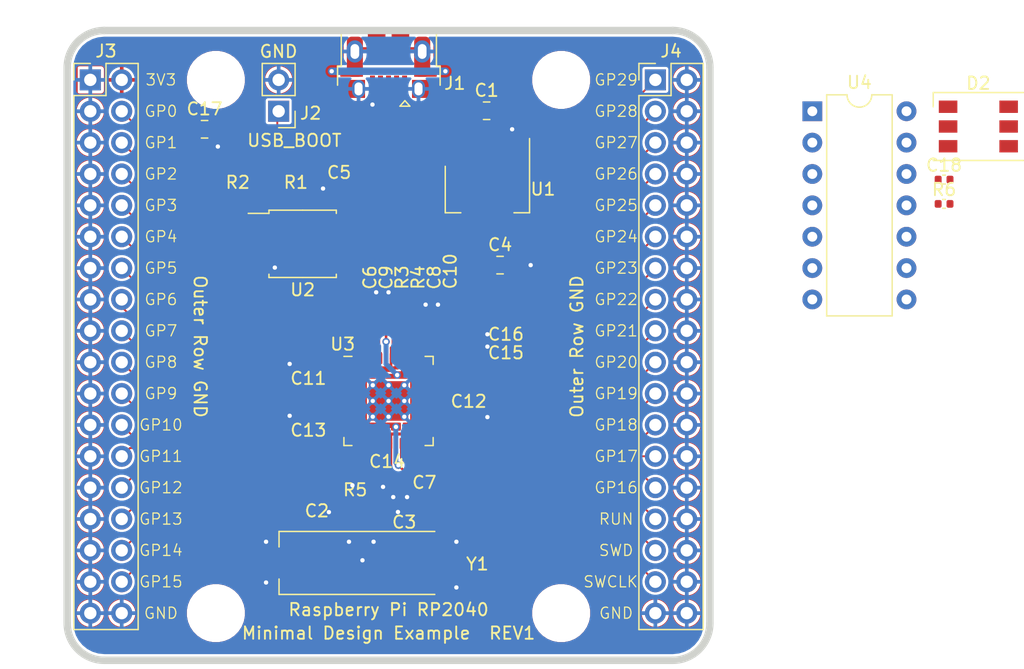
<source format=kicad_pcb>
(kicad_pcb (version 20221018) (generator pcbnew)
  (title_block (title "RP2040 Minimal Design Example") (date "2020-07-13") (rev "REV1") (company "Raspberry Pi (Trading) Ltd"))
  (layers (0 "F.Cu" signal) (31 "B.Cu" signal) (34 "B.Paste" user) (35 "F.Paste" user) (36 "B.SilkS" user "B.Silkscreen") (37 "F.SilkS" user "F.Silkscreen") (38 "B.Mask" user) (39 "F.Mask" user) (44 "Edge.Cuts" user))
  (net 0 "")
  (net 1 "GND")
  (net 2 "VBUS")
  (net 3 "/XIN")
  (net 4 "/XOUT")
  (net 5 "+3V3")
  (net 6 "+1V1")
  (net 8 "/~{USB_BOOT}")
  (net 9 "/GPIO15")
  (net 10 "/GPIO14")
  (net 11 "/GPIO13")
  (net 12 "/GPIO12")
  (net 13 "/GPIO11")
  (net 14 "/GPIO10")
  (net 15 "/GPIO9")
  (net 16 "/GPIO8")
  (net 17 "/GPIO7")
  (net 18 "/GPIO6")
  (net 19 "/GPIO5")
  (net 20 "/GPIO4")
  (net 21 "/GPIO3")
  (net 22 "/GPIO2")
  (net 23 "/GPIO1")
  (net 24 "/GPIO0")
  (net 25 "/GPIO29_ADC3")
  (net 26 "/GPIO28_ADC2")
  (net 27 "/GPIO27_ADC1")
  (net 28 "/GPIO26_ADC0")
  (net 29 "/GPIO25")
  (net 30 "/GPIO24")
  (net 31 "/GPIO23")
  (net 32 "/GPIO22")
  (net 33 "/GPIO21")
  (net 34 "/GPIO20")
  (net 35 "/GPIO19")
  (net 36 "/GPIO18")
  (net 37 "/GPIO17")
  (net 38 "/GPIO16")
  (net 39 "/RUN")
  (net 40 "/SWD")
  (net 41 "/SWCLK")
  (net 42 "/QSPI_SS")
  (net 43 "Net-(D2-DIN)")
  (net 45 "/QSPI_SD3")
  (net 46 "/QSPI_SCLK")
  (net 47 "/QSPI_SD0")
  (net 48 "/QSPI_SD2")
  (net 49 "/QSPI_SD1")
  (net 50 "/USB_D+")
  (net 51 "/USB_D-")
  (net 52 "Net-(C3-Pad1)")
  (net 54 "Net-(U3-USB_DP)")
  (net 55 "Net-(U3-USB_DM)")
  (footprint "Capacitor_SMD:C_0805_2012Metric" (layer "F.Cu") (at 109.025 89)
    (fp_text reference "C4")
    (fp_text value "10u")
  )
  (footprint "RP2040_minimal:USB_Micro-B_Amphenol_10103594-0001LF_Horizontal_modified" (layer "F.Cu") (at 100 71.7 180)
    (fp_text reference "J1")
    (fp_text value "USB_B_Micro")
  )
  (footprint "Connector_PinHeader_2.54mm:PinHeader_1x02_P2.54mm_Vertical" (layer "F.Cu") (at 91.11 76.54 180)
    (fp_text reference "J2")
    (fp_text value "Conn_01x02")
  )
  (footprint "Connector_PinHeader_2.54mm:PinHeader_2x18_P2.54mm_Vertical" (layer "F.Cu") (at 75.87 74)
    (fp_text reference "J3")
    (fp_text value "Conn_02x18_Odd_Even")
  )
  (footprint "Capacitor_SMD:C_0402_1005Metric" (layer "F.Cu") (at 104 93.515 90)
    (fp_text reference "C10")
    (fp_text value "1u")
  )
  (footprint "Capacitor_SMD:C_0402_1005Metric" (layer "F.Cu") (at 103 93.515 90)
    (fp_text reference "C8")
    (fp_text value "1u")
  )
  (footprint "Capacitor_SMD:C_0402_1005Metric" (layer "F.Cu") (at 93.515 101.2 180)
    (fp_text reference "C13")
    (fp_text value "100n")
  )
  (footprint "Capacitor_SMD:C_0402_1005Metric" (layer "F.Cu") (at 96.185 82.83 180)
    (fp_text reference "C5")
    (fp_text value "100n")
  )
  (footprint "Capacitor_SMD:C_0402_1005Metric" (layer "F.Cu") (at 89.5 82.315 -90)
    (fp_text reference "R2")
    (fp_text value "DNF")
  )
  (footprint "Connector_PinHeader_2.54mm:PinHeader_2x18_P2.54mm_Vertical" (layer "F.Cu") (at 121.59 74)
    (fp_text reference "J4")
    (fp_text value "Conn_02x18_Odd_Even")
  )
  (footprint "Package_TO_SOT_SMD:SOT-223-3_TabPin2" (layer "F.Cu") (at 108 82.85 -90)
    (fp_text reference "U1")
    (fp_text value "NCP1117-3.3_SOT223")
  )
  (footprint "Package_SO:SOIC-8_5.23x5.23mm_P1.27mm" (layer "F.Cu") (at 93.05 87.275)
    (fp_text reference "U2")
    (fp_text value "W25Q128JVS")
  )
  (footprint "Capacitor_SMD:C_0402_1005Metric" (layer "F.Cu") (at 99.485 109)
    (fp_text reference "C3")
    (fp_text value "27p")
  )
  (footprint "Capacitor_SMD:C_0402_1005Metric" (layer "F.Cu") (at 91 82.315 90)
    (fp_text reference "R1")
    (fp_text value "1k")
  )
  (footprint "Capacitor_SMD:C_0402_1005Metric" (layer "F.Cu") (at 100 92.515 90)
    (fp_text reference "C9")
    (fp_text value "100n")
  )
  (footprint "Capacitor_SMD:C_0402_1005Metric" (layer "F.Cu") (at 106.485 101.2)
    (fp_text reference "C12")
    (fp_text value "100n")
  )
  (footprint "Capacitor_SMD:C_0402_1005Metric" (layer "F.Cu") (at 100.381 106.485 -90)
    (fp_text reference "C14")
    (fp_text value "100n")
  )
  (footprint "Capacitor_SMD:C_0402_1005Metric" (layer "F.Cu") (at 101 93.515 -90)
    (fp_text reference "R3")
    (fp_text value "27")
  )
  (footprint "Capacitor_SMD:C_0402_1005Metric" (layer "F.Cu") (at 101.5 106.485 -90)
    (fp_text reference "C7")
    (fp_text value "100n")
  )
  (footprint "Capacitor_SMD:C_0805_2012Metric" (layer "F.Cu") (at 107.9375 76.5)
    (fp_text reference "C1")
    (fp_text value "10u")
  )
  (footprint "Capacitor_SMD:C_0402_1005Metric" (layer "F.Cu") (at 93.515 97 180)
    (fp_text reference "C11")
    (fp_text value "100n")
  )
  (footprint "Capacitor_SMD:C_0402_1005Metric" (layer "F.Cu") (at 106.485 94.6)
    (fp_text reference "C16")
    (fp_text value "100n")
  )
  (footprint "RP2040_minimal:RP2040-QFN-56" (layer "F.Cu") (at 100 100)
    (fp_text reference "U3")
    (fp_text value "RP2040")
  )
  (footprint "Capacitor_SMD:C_0402_1005Metric" (layer "F.Cu") (at 96.515 109 180)
    (fp_text reference "C2")
    (fp_text value "27p")
  )
  (footprint "MountingHole:MountingHole_2.7mm_M2.5" (layer "F.Cu") (at 113.97 74)
    (fp_text reference "H2" hide)
    (fp_text value "MountingHole")
  )
  (footprint "Capacitor_SMD:C_0402_1005Metric" (layer "F.Cu") (at 102 93.515 -90)
    (fp_text reference "R4")
    (fp_text value "27")
  )
  (footprint "MountingHole:MountingHole_2.7mm_M2.5" (layer "F.Cu") (at 113.97 117.18)
    (fp_text reference "H3" hide)
    (fp_text value "MountingHole")
  )
  (footprint "Capacitor_SMD:C_0402_1005Metric" (layer "F.Cu") (at 99 92.515 90)
    (fp_text reference "C6")
    (fp_text value "100n")
  )
  (footprint "Capacitor_SMD:C_0402_1005Metric" (layer "F.Cu") (at 106.485 96)
    (fp_text reference "C15")
    (fp_text value "100n")
  )
  (footprint "Capacitor_SMD:C_0402_1005Metric" (layer "F.Cu") (at 98.7 107.115 -90)
    (fp_text reference "R5")
    (fp_text value "1k")
  )
  (footprint "MountingHole:MountingHole_2.7mm_M2.5" (layer "F.Cu") (at 86.03 74)
    (fp_text reference "H1" hide)
    (fp_text value "MountingHole")
  )
  (footprint "MountingHole:MountingHole_2.7mm_M2.5" (layer "F.Cu") (at 86.03 117.18)
    (fp_text reference "H4" hide)
    (fp_text value "MountingHole")
  )
  (footprint "RP2040_minimal:Crystal_SMD_HC49-US" (layer "F.Cu") (at 97.841 113.116)
    (fp_text reference "Y1")
    (fp_text value "ABLS-12.000MHZ-B4-T")
  )
  (footprint "Capacitor_SMD:C_0805_2012Metric" (layer "F.Cu") (at 85.115 78)
    (fp_text reference "C17")
    (fp_text value "10u")
  )
  (footprint "LED_SMD:LED_WS2812_PLCC6_5.0x5.0mm_P1.6mm" (layer "F.Cu") (at 147.725 77.775)
    (fp_text reference "D2")
    (fp_text value "WS2812")
  )
  (footprint "Capacitor_SMD:C_0402_1005Metric" (layer "F.Cu") (at 144.95 82.07)
    (fp_text reference "C18")
    (fp_text value "104C")
  )
  (footprint "Capacitor_SMD:C_0402_1005Metric" (layer "F.Cu") (at 144.95 84.04)
    (fp_text reference "R6")
    (fp_text value "150R")
  )
  (footprint "Package_DIP:DIP-14_W7.62mm" (layer "F.Cu") (at 134.29 76.54)
    (fp_text reference "U4")
    (fp_text value "SN74AHCT125D")
  )
  (gr_line (start 123 121) (end 77 121) (stroke (width 0.6)) (layer "Edge.Cuts"))
  (gr_line (start 126 73) (end 126 118) (stroke (width 0.6)) (layer "Edge.Cuts"))
  (gr_line (start 77 70) (end 123 70) (stroke (width 0.6)) (layer "Edge.Cuts"))
  (gr_line (start 74 118) (end 74 73) (stroke (width 0.6)) (layer "Edge.Cuts"))
  (gr_arc (start 77 121) (mid 74.87868 120.12132) (end 74 118) (stroke (width 0.6)) (layer "Edge.Cuts"))
  (gr_arc (start 126 118) (mid 125.12132 120.12132) (end 123 121) (stroke (width 0.6)) (layer "Edge.Cuts"))
  (gr_arc (start 123 70) (mid 125.12132 70.87868) (end 126 73) (stroke (width 0.6)) (layer "Edge.Cuts"))
  (gr_arc (start 74 73) (mid 74.87868 70.87868) (end 77 70) (stroke (width 0.6)) (layer "Edge.Cuts"))
  (gr_text "GP1" (at 81.585 79.08) (layer "F.SilkS") (effects (font (size 0.9 0.9) (thickness 0.1))))
  (gr_text "GP2" (at 81.585 81.62) (layer "F.SilkS") (effects (font (size 0.9 0.9) (thickness 0.1))))
  (gr_text "GP3" (at 81.585 84.16) (layer "F.SilkS") (effects (font (size 0.9 0.9) (thickness 0.1))))
  (gr_text "GP4" (at 81.585 86.7) (layer "F.SilkS") (effects (font (size 0.9 0.9) (thickness 0.1))))
  (gr_text "GP5" (at 81.585 89.24) (layer "F.SilkS") (effects (font (size 0.9 0.9) (thickness 0.1))))
  (gr_text "GP6" (at 81.585 91.78) (layer "F.SilkS") (effects (font (size 0.9 0.9) (thickness 0.1))))
  (gr_text "GP7" (at 81.585 94.32) (layer "F.SilkS") (effects (font (size 0.9 0.9) (thickness 0.1))))
  (gr_text "GP8" (at 81.585 96.86) (layer "F.SilkS") (effects (font (size 0.9 0.9) (thickness 0.1))))
  (gr_text "GP9" (at 81.585 99.4) (layer "F.SilkS") (effects (font (size 0.9 0.9) (thickness 0.1))))
  (gr_text "GP11" (at 81.585 104.48) (layer "F.SilkS") (effects (font (size 0.9 0.9) (thickness 0.1))))
  (gr_text "GP10" (at 81.585 101.94) (layer "F.SilkS") (effects (font (size 0.9 0.9) (thickness 0.1))))
  (gr_text "GP12" (at 81.585 107.02) (layer "F.SilkS") (effects (font (size 0.9 0.9) (thickness 0.1))))
  (gr_text "GP13" (at 81.585 109.56) (layer "F.SilkS") (effects (font (size 0.9 0.9) (thickness 0.1))))
  (gr_text "GP15" (at 81.585 114.64) (layer "F.SilkS") (effects (font (size 0.9 0.9) (thickness 0.1))))
  (gr_text "GP14" (at 81.585 112.1) (layer "F.SilkS") (effects (font (size 0.9 0.9) (thickness 0.1))))
  (gr_text "GP28" (at 118.415 76.54) (layer "F.SilkS") (effects (font (size 0.9 0.9) (thickness 0.1))))
  (gr_text "GP27" (at 118.415 79.08) (layer "F.SilkS") (effects (font (size 0.9 0.9) (thickness 0.1))))
  (gr_text "GP26" (at 118.415 81.62) (layer "F.SilkS") (effects (font (size 0.9 0.9) (thickness 0.1))))
  (gr_text "GP25" (at 118.415 84.16) (layer "F.SilkS") (effects (font (size 0.9 0.9) (thickness 0.1))))
  (gr_text "GP24" (at 118.415 86.7) (layer "F.SilkS") (effects (font (size 0.9 0.9) (thickness 0.1))))
  (gr_text "GP23" (at 118.415 89.24) (layer "F.SilkS") (effects (font (size 0.9 0.9) (thickness 0.1))))
  (gr_text "GP21" (at 118.415 94.32) (layer "F.SilkS") (effects (font (size 0.9 0.9) (thickness 0.1))))
  (gr_text "GP20" (at 118.415 96.86) (layer "F.SilkS") (effects (font (size 0.9 0.9) (thickness 0.1))))
  (gr_text "GP19" (at 118.415 99.4) (layer "F.SilkS") (effects (font (size 0.9 0.9) (thickness 0.1))))
  (gr_text "GP17" (at 118.415 104.48) (layer "F.SilkS") (effects (font (size 0.9 0.9) (thickness 0.1))))
  (gr_text "GP22" (at 118.415 91.78) (layer "F.SilkS") (effects (font (size 0.9 0.9) (thickness 0.1))))
  (gr_text "GP18" (at 118.415 101.94) (layer "F.SilkS") (effects (font (size 0.9 0.9) (thickness 0.1))))
  (gr_text "SWCLK" (at 117.9705 114.64) (layer "F.SilkS") (effects (font (size 0.9 0.9) (thickness 0.1))))
  (gr_text "SWD" (at 118.415 112.1) (layer "F.SilkS") (effects (font (size 0.9 0.9) (thickness 0.1))))
  (gr_text "GP16" (at 118.415 107.02) (layer "F.SilkS") (effects (font (size 0.9 0.9) (thickness 0.1))))
  (gr_text "RUN" (at 118.415 109.56) (layer "F.SilkS") (effects (font (size 0.9 0.9) (thickness 0.1))))
  (gr_text "GND" (at 81.585 117.18) (layer "F.SilkS") (effects (font (size 0.9 0.9) (thickness 0.1))))
  (gr_text "GND" (at 118.415 117.18) (layer "F.SilkS") (effects (font (size 0.9 0.9) (thickness 0.1))))
  (gr_text "GP29" (at 118.415 74) (layer "F.SilkS") (effects (font (size 0.9 0.9) (thickness 0.1))))
  (gr_text "Outer Row GND" (at 84.76 95.59 270) (layer "F.SilkS") (effects (font (size 1 1))))
  (gr_text "Outer Row GND" (at 115.24 95.59 90) (layer "F.SilkS") (effects (font (size 1 1))))
  (gr_text "Raspberry Pi RP2040" (at 100 116.9) (layer "F.SilkS") (effects (font (size 1 1))))
  (gr_text "\nUSB_BOOT" (at 92.38 78.1) (layer "F.SilkS") (effects (font (size 1 1))))
  (gr_text "GND" (at 91.1 71.7) (layer "F.SilkS") (effects (font (size 1 1))))
  (gr_text "GP0" (at 81.585 76.54) (layer "F.SilkS") (effects (font (size 0.9 0.9) (thickness 0.1))))
  (gr_text "3V3" (at 81.585 74) (layer "F.SilkS") (effects (font (size 0.9 0.9) (thickness 0.1))))
  (gr_text "Minimal Design Example  REV1" (at 100 118.8) (layer "F.SilkS") (effects (font (size 1 1))))
  (segment (start 93.03 101.2) (end 92 101.2) (width 0.2) (layer "F.Cu") (net 1))
  (segment (start 90.78 89.18) (end 90.8 89.2) (width 0.2) (layer "F.Cu") (net 1))
  (segment (start 89.45 89.18) (end 90.78 89.18) (width 0.2) (layer "F.Cu") (net 1))
  (segment (start 99 113.35) (end 99 114.4) (width 0.2) (layer "F.Cu") (net 1))
  (segment (start 97.079 106.5755) (end 97.079 106.8295) (width 0.15) (layer "F.Cu") (net 1))
  (segment (start 99.97 108.68) (end 99.5555 108.2655) (width 0.15) (layer "F.Cu") (net 1))
  (segment (start 99.97 109) (end 99.97 108.68) (width 0.15) (layer "F.Cu") (net 1))
  (segment (start 110.3 79.7) (end 110.3 78.3) (width 0.2) (layer "F.Cu") (net 1))
  (segment (start 100.381 107.781984) (end 100.380994 107.78199) (width 0.2) (layer "F.Cu") (net 1))
  (segment (start 100.7505 109) (end 100.762 108.9885) (width 0.15) (layer "F.Cu") (net 1))
  (segment (start 99.04 71.45) (end 97.54 71.45) (width 0.2) (layer "F.Cu") (net 1))
  (segment (start 99.97 109) (end 100.7505 109) (width 0.15) (layer "F.Cu") (net 1))
  (segment (start 100.96 71.45) (end 102.46 71.45) (width 0.2) (layer "F.Cu") (net 1))
  (segment (start 106.97 96) (end 107.6 96) (width 0.15) (layer "F.Cu") (net 1))
  (segment (start 99.5555 108.2655) (end 99.5555 108.0995) (width 0.15) (layer "F.Cu") (net 1))
  (segment (start 86.14 78) (end 86.14 79.25) (width 0.15) (layer "F.Cu") (net 1))
  (segment (start 106.97 94.6) (end 108 94.6) (width 0.2) (layer "F.Cu") (net 1))
  (segment (start 100.381 106.97) (end 100.381 107.781984) (width 0.2) (layer "F.Cu") (net 1))
  (segment (start 93.03 97) (end 92 97) (width 0.2) (layer "F.Cu") (net 1))
  (segment (start 99 104.6545) (end 97.079 106.5755) (width 0.15) (layer "F.Cu") (net 1))
  (segment (start 103 93.03) (end 103 92.2) (width 0.2) (layer "F.Cu") (net 1))
  (segment (start 104 93.03) (end 104 92.2) (width 0.2) (layer "F.Cu") (net 1))
  (segment (start 108.875 76.5) (end 108.875 76.875) (width 0.2) (layer "F.Cu") (net 1))
  (segment (start 95.7 82.83) (end 95.405 82.83) (width 0.2) (layer "F.Cu") (net 1))
  (segment (start 101.5 106.97) (end 101.5 107.782004) (width 0.2) (layer "F.Cu") (net 1))
  (segment (start 99 103.4375) (end 99 104.6545) (width 0.15) (layer "F.Cu") (net 1))
  (segment (start 98.7 74.6) (end 98.7 76) (width 0.2) (layer "F.Cu") (net 1))
  (segment (start 96.03 109) (end 95.174 109) (width 0.2) (layer "F.Cu") (net 1))
  (segment (start 86.19 79) (end 86.19 79.1) (width 0.15) (layer "F.Cu") (net 1))
  (segment (start 100 92.03) (end 100 91.2) (width 0.2) (layer "F.Cu") (net 1))
  (segment (start 86.14 78.95) (end 86.19 79) (width 0.15) (layer "F.Cu") (net 1))
  (segment (start 102.46 71.45) (end 102.73 71.72) (width 0.2) (layer "F.Cu") (net 1))
  (segment (start 107.6 96) (end 108 95.6) (width 0.15) (layer "F.Cu") (net 1))
  (segment (start 110.05 89) (end 111.5 89) (width 0.2) (layer "F.Cu") (net 1))
  (segment (start 99 92.03) (end 99 91.200008) (width 0.2) (layer "F.Cu") (net 1))
  (segment (start 107.075 101.305) (end 108 101.305) (width 0.2) (layer "F.Cu") (net 1))
  (segment (start 95.405 82.83) (end 95.375 82.8) (width 0.2) (layer "F.Cu") (net 1))
  (segment (start 97.54 71.45) (end 97.27 71.72) (width 0.2) (layer "F.Cu") (net 1))
  (segment (start 110.3 78.3) (end 110 78) (width 0.2) (layer "F.Cu") (net 1))
  (segment (start 95.375 82.8) (end 94.7 82.8) (width 0.2) (layer "F.Cu") (net 1))
  (segment (start 96.8 111.65) (end 96.8 110.599974) (width 0.2) (layer "F.Cu") (net 1))
  (segment (start 108.875 76.875) (end 110 78) (width 0.2) (layer "F.Cu") (net 1))
  (segment (start 106.97 101.2) (end 107.075 101.305) (width 0.2) (layer "F.Cu") (net 1))
  (via (at 99.5555 106.9565) (size 0.6) (drill 0.35) (layers "F.Cu" "B.Cu") (net 1))
  (via (at 97.89 112.9) (size 0.6) (drill 0.35) (layers "F.Cu" "B.Cu") (net 1))
  (via (at 98.79 111.4) (size 0.6) (drill 0.35) (layers "F.Cu" "B.Cu") (net 1))
  (via (at 90.09 114.7) (size 0.6) (drill 0.35) (layers "F.Cu" "B.Cu") (net 1))
  (via (at 90.09 111.4) (size 0.6) (drill 0.35) (layers "F.Cu" "B.Cu") (net 1))
  (via (at 105.49 111.4) (size 0.6) (drill 0.35) (layers "F.Cu" "B.Cu") (net 1))
  (via (at 94.7 82.8) (size 0.6) (drill 0.35) (layers "F.Cu" "B.Cu") (net 1))
  (via (at 101.5 107.782004) (size 0.6) (drill 0.35) (layers "F.Cu" "B.Cu") (net 1))
  (via (at 96.8 111.4) (size 0.6) (drill 0.35) (layers "F.Cu" "B.Cu") (net 1))
  (via (at 108 94.6) (size 0.6) (drill 0.35) (layers "F.Cu" "B.Cu") (net 1))
  (via (at 86.19 79.4) (size 0.6) (drill 0.35) (layers "F.Cu" "B.Cu") (net 1))
  (via (at 97.079 106.8295) (size 0.6) (drill 0.35) (layers "F.Cu" "B.Cu") (net 1))
  (via (at 100.762 108.9885) (size 0.6) (drill 0.35) (layers "F.Cu" "B.Cu") (net 1))
  (via (at 105.49 115.1) (size 0.6) (drill 0.35) (layers "F.Cu" "B.Cu") (net 1))
  (via (at 108 101.305) (size 0.6) (drill 0.35) (layers "F.Cu" "B.Cu") (net 1))
  (via (at 104 92.2) (size 0.6) (drill 0.35) (layers "F.Cu" "B.Cu") (net 1))
  (via (at 110 78) (size 0.6) (drill 0.35) (layers "F.Cu" "B.Cu") (net 1))
  (via (at 92 97) (size 0.6) (drill 0.35) (layers "F.Cu" "B.Cu") (net 1))
  (via (at 98.7 76) (size 0.6) (drill 0.35) (layers "F.Cu" "B.Cu") (net 1))
  (via (at 103 92.2) (size 0.6) (drill 0.35) (layers "F.Cu" "B.Cu") (net 1))
  (via (at 100.380994 107.78199) (size 0.6) (drill 0.35) (layers "F.Cu" "B.Cu") (net 1))
  (via (at 95.174 109) (size 0.6) (drill 0.35) (layers "F.Cu" "B.Cu") (net 1))
  (via (at 90.8 89.2) (size 0.6) (drill 0.35) (layers "F.Cu" "B.Cu") (net 1))
  (via (at 99 91.200008) (size 0.6) (drill 0.35) (layers "F.Cu" "B.Cu") (net 1))
  (via (at 111.5 89) (size 0.6) (drill 0.35) (layers "F.Cu" "B.Cu") (net 1))
  (via (at 108 95.6) (size 0.6) (drill 0.35) (layers "F.Cu" "B.Cu") (net 1))
  (via (at 92 101.2) (size 0.6) (drill 0.35) (layers "F.Cu" "B.Cu") (net 1))
  (via (at 100 91.2) (size 0.6) (drill 0.35) (layers "F.Cu" "B.Cu") (net 1))
  (segment (start 103.299999 92.499999) (end 103 92.2) (width 0.2) (layer "B.Cu") (net 1))
  (segment (start 103.8 93) (end 103.299999 92.499999) (width 0.2) (layer "B.Cu") (net 1))
  (segment (start 104 93) (end 103.8 93) (width 0.2) (layer "B.Cu") (net 1))
  (segment (start 101.3 75.5) (end 102.1 76.3) (width 0.4) (layer "F.Cu") (net 2))
  (segment (start 101.3 74.525) (end 101.3 75.5) (width 0.4) (layer "F.Cu") (net 2))
  (segment (start 97.8 106.537861) (end 97.8 108.2) (width 0.15) (layer "F.Cu") (net 3))
  (segment (start 97.6505 111.7825) (end 96.317 113.116) (width 0.15) (layer "F.Cu") (net 3))
  (segment (start 99.4 103.4375) (end 99.4 104.937861) (width 0.15) (layer "F.Cu") (net 3))
  (segment (start 96.317 113.116) (end 93.341 113.116) (width 0.15) (layer "F.Cu") (net 3))
  (segment (start 97 109) (end 97.6505 109.6505) (width 0.15) (layer "F.Cu") (net 3))
  (segment (start 97.8 108.2) (end 97 109) (width 0.15) (layer "F.Cu") (net 3))
  (segment (start 99.4 104.937861) (end 97.8 106.537861) (width 0.15) (layer "F.Cu") (net 3))
  (segment (start 97.6505 109.6505) (end 97.6505 111.7825) (width 0.15) (layer "F.Cu") (net 3))
  (segment (start 99.8 103.4375) (end 99.8 105.1) (width 0.15) (layer "F.Cu") (net 4))
  (segment (start 99.8 105.1) (end 98.7 106.2) (width 0.15) (layer "F.Cu") (net 4))
  (segment (start 98.7 106.2) (end 98.7 106.63) (width 0.15) (layer "F.Cu") (net 4))
  (segment (start 100.350001 94.112535) (end 100.350001 95.549999) (width 0.2) (layer "F.Cu") (net 5))
  (segment (start 105.8 101) (end 106 101.2) (width 0.2) (layer "F.Cu") (net 5))
  (segment (start 100.350001 95.549999) (end 100.2 95.7) (width 0.2) (layer "F.Cu") (net 5))
  (segment (start 102.2 96.5625) (end 102.2 97.2) (width 0.2) (layer "F.Cu") (net 5))
  (segment (start 100.9525 106.2515) (end 100.9525 108.163) (width 0.15) (layer "F.Cu") (net 5))
  (segment (start 96.65 85.37) (end 96.65 82.85) (width 0.2) (layer "F.Cu") (net 5))
  (segment (start 102.6 96.5625) (end 102.6 97.4) (width 0.2) (layer "F.Cu") (net 5))
  (segment (start 100 93.762534) (end 100.350001 94.112535) (width 0.2) (layer "F.Cu") (net 5))
  (segment (start 96.5625 101) (end 97.4 101) (width 0.2) (layer "F.Cu") (net 5))
  (segment (start 100.6 95.799998) (end 100.350001 95.549999) (width 0.2) (layer "F.Cu") (net 5))
  (segment (start 100.2 97.4) (end 100.2 97) (width 0.2) (layer "F.Cu") (net 5))
  (segment (start 100.2 95.7) (end 100.2 96.5625) (width 0.2) (layer "F.Cu") (net 5))
  (segment (start 100.6 96.5625) (end 100.6 97.2) (width 0.2) (layer "F.Cu") (net 5))
  (segment (start 96.5625 97.4) (end 97.4 97.4) (width 0.2) (layer "F.Cu") (net 5))
  (segment (start 100.9525 108.163) (end 101.096505 108.307005) (width 0.15) (layer "F.Cu") (net 5))
  (segment (start 103.4375 101) (end 102.6 101) (width 0.2) (layer "F.Cu") (net 5))
  (segment (start 101.096505 108.307005) (end 102.141995 108.307005) (width 0.15) (layer "F.Cu") (net 5))
  (segment (start 96.5625 97.4) (end 95.7 97.4) (width 0.2) (layer "F.Cu") (net 5))
  (segment (start 94.2 101) (end 94 101.2) (width 0.2) (layer "F.Cu") (net 5))
  (segment (start 100.381 105.6865) (end 100.381 106) (width 0.2) (layer "F.Cu") (net 5))
  (segment (start 100.2 103.4375) (end 100.2 105.5055) (width 0.2) (layer "F.Cu") (net 5))
  (segment (start 100.2 96.5625) (end 100.2 97.4) (width 0.2) (layer "F.Cu") (net 5))
  (segment (start 103.4375 97.4) (end 102.6 97.4) (width 0.2) (layer "F.Cu") (net 5))
  (segment (start 74.7 72.9) (end 74.7 75.2) (width 0.3) (layer "F.Cu") (net 5))
  (segment (start 96.65 82.85) (end 96.67 82.83) (width 0.2) (layer "F.Cu") (net 5))
  (segment (start 100 93) (end 100 93.762534) (width 0.2) (layer "F.Cu") (net 5))
  (segment (start 100.6 96.5625) (end 100.6 95.799998) (width 0.2) (layer "F.Cu") (net 5))
  (segment (start 100.2 103.4375) (end 100.2 102.8) (width 0.2) (layer "F.Cu") (net 5))
  (segment (start 102.2 96.1) (end 103.6 94.7) (width 0.2) (layer "F.Cu") (net 5))
  (segment (start 100.2 105.5055) (end 100.381 105.6865) (width 0.2) (layer "F.Cu") (net 5))
  (segment (start 100.2 102.8) (end 100 102.6) (width 0.2) (layer "F.Cu") (net 5))
  (segment (start 102.2 96.5625) (end 102.2 96.1) (width 0.2) (layer "F.Cu") (net 5))
  (segment (start 100.381 106) (end 100.701 106) (width 0.15) (layer "F.Cu") (net 5))
  (segment (start 102.2 97.2) (end 102.4 97.4) (width 0.2) (layer "F.Cu") (net 5))
  (segment (start 96.5625 101) (end 94.2 101) (width 0.2) (layer "F.Cu") (net 5))
  (segment (start 103.4375 101) (end 105.8 101) (width 0.2) (layer "F.Cu") (net 5))
  (segment (start 100.6 97.2) (end 100.4 97.4) (width 0.2) (layer "F.Cu") (net 5))
  (segment (start 100.701 106) (end 100.9525 106.2515) (width 0.15) (layer "F.Cu") (net 5))
  (segment (start 108 86) (end 108 89) (width 0.2) (layer "F.Cu") (net 5))
  (via (at 95.4 73.3) (size 0.6) (drill 0.35) (layers "F.Cu" "B.Cu") (net 5))
  (via (at 104.6 73.3) (size 0.6) (drill 0.35) (layers "F.Cu" "B.Cu") (net 5))
  (segment (start 104.6 73.3) (end 95.4 73.3) (width 0.6) (layer "B.Cu") (net 5))
  (segment (start 99.8 96.5625) (end 99.8 95.199994) (width 0.2) (layer "F.Cu") (net 6))
  (segment (start 101.8 96.5625) (end 101.8 95.8) (width 0.2) (layer "F.Cu") (net 6))
  (segment (start 101.8 95.8) (end 103 94.6) (width 0.2) (layer "F.Cu") (net 6))
  (segment (start 103 94.6) (end 103 94) (width 0.2) (layer "F.Cu") (net 6))
  (segment (start 101.8 96.5625) (end 101.8 97.4) (width 0.2) (layer "F.Cu") (net 6))
  (segment (start 99 93.295) (end 99.8 94.095) (width 0.2) (layer "F.Cu") (net 6))
  (segment (start 100.4 98) (end 100.5 97.9) (width 0.15) (layer "F.Cu") (net 6))
  (segment (start 100.5 97.9) (end 100.7 97.9) (width 0.15) (layer "F.Cu") (net 6))
  (segment (start 100.6 105) (end 100.8 105.2) (width 0.2) (layer "F.Cu") (net 6))
  (segment (start 99 93) (end 99 93.295) (width 0.2) (layer "F.Cu") (net 6))
  (segment (start 100.6 103.4375) (end 100.6 105) (width 0.2) (layer "F.Cu") (net 6))
  (segment (start 99.8 94.095) (end 99.8 94.77573) (width 0.2) (layer "F.Cu") (net 6))
  (segment (start 99.8 94.77573) (end 99.8 95.199994) (width 0.2) (layer "F.Cu") (net 6))
  (segment (start 101.5 105.9) (end 100.8 105.2) (width 0.2) (layer "F.Cu") (net 6))
  (segment (start 101.5 106) (end 101.5 105.9) (width 0.2) (layer "F.Cu") (net 6))
  (via (at 99.8 95.199994) (size 0.6) (drill 0.35) (layers "F.Cu" "B.Cu") (net 6))
  (via (at 100.7 97.9) (size 0.6) (drill 0.35) (layers "F.Cu" "B.Cu") (net 6))
  (via (at 100.59997 102.1) (size 0.6) (drill 0.35) (layers "F.Cu" "B.Cu") (net 6))
  (via (at 100.8 105.2) (size 0.6) (drill 0.35) (layers "F.Cu" "B.Cu") (net 6))
  (segment (start 99.8 95.199994) (end 99.8 97.01) (width 0.4) (layer "B.Cu") (net 6))
  (segment (start 100.59 104.99) (end 100.59 102.10997) (width 0.4) (layer "B.Cu") (net 6))
  (segment (start 100.59 102.10997) (end 100.59997 102.1) (width 0.4) (layer "B.Cu") (net 6))
  (segment (start 99.8 97.01) (end 100.69 97.9) (width 0.4) (layer "B.Cu") (net 6))
  (segment (start 100.8 105.2) (end 100.59 104.99) (width 0.4) (layer "B.Cu") (net 6))
  (segment (start 100.69 97.9) (end 100.7 97.9) (width 0.4) (layer "B.Cu") (net 6))
  (segment (start 91 81.83) (end 91 76.65) (width 0.15) (layer "F.Cu") (net 8))
  (segment (start 91 76.65) (end 91.11 76.54) (width 0.15) (layer "F.Cu") (net 8))
  (segment (start 98.6 103.4375) (end 98.6 104.437861) (width 0.15) (layer "F.Cu") (net 9))
  (segment (start 96.687861 106.35) (end 86.7 106.35) (width 0.15) (layer "F.Cu") (net 9))
  (segment (start 98.6 104.437861) (end 96.687861 106.35) (width 0.15) (layer "F.Cu") (net 9))
  (segment (start 86.7 106.35) (end 78.41 114.64) (width 0.15) (layer "F.Cu") (net 9))
  (segment (start 98.2 104.19) (end 96.675 105.715) (width 0.15) (layer "F.Cu") (net 10))
  (segment (start 96.675 105.715) (end 84.795 105.715) (width 0.15) (layer "F.Cu") (net 10))
  (segment (start 98.2 103.4375) (end 98.2 104.19) (width 0.15) (layer "F.Cu") (net 10))
  (segment (start 84.795 105.715) (end 78.41 112.1) (width 0.15) (layer "F.Cu") (net 10))
  (segment (start 82.89 105.08) (end 78.41 109.56) (width 0.15) (layer "F.Cu") (net 11))
  (segment (start 96.595 105.08) (end 82.89 105.08) (width 0.15) (layer "F.Cu") (net 11))
  (segment (start 97.8 103.875) (end 96.595 105.08) (width 0.15) (layer "F.Cu") (net 11))
  (segment (start 97.8 103.4375) (end 97.8 103.875) (width 0.15) (layer "F.Cu") (net 11))
  (segment (start 97.3 103.5375) (end 97.0975 103.5375) (width 0.15) (layer "F.Cu") (net 12))
  (segment (start 80.985 104.445) (end 78.41 107.02) (width 0.15) (layer "F.Cu") (net 12))
  (segment (start 97.0975 103.5375) (end 96.19 104.445) (width 0.15) (layer "F.Cu") (net 12))
  (segment (start 97.4 103.4375) (end 97.3 103.5375) (width 0.15) (layer "F.Cu") (net 12))
  (segment (start 96.19 104.445) (end 80.985 104.445) (width 0.15) (layer "F.Cu") (net 12))
  (segment (start 96.13 102.6) (end 94.92 103.81) (width 0.15) (layer "F.Cu") (net 13))
  (segment (start 79.08 103.81) (end 78.41 104.48) (width 0.15) (layer "F.Cu") (net 13))
  (segment (start 96.5625 102.6) (end 96.13 102.6) (width 0.15) (layer "F.Cu") (net 13))
  (segment (start 94.92 103.81) (end 79.08 103.81) (width 0.15) (layer "F.Cu") (net 13))
  (segment (start 95.26 102.2) (end 94.285 103.175) (width 0.15) (layer "F.Cu") (net 14))
  (segment (start 94.285 103.175) (end 79.645 103.175) (width 0.15) (layer "F.Cu") (net 14))
  (segment (start 96.5625 102.2) (end 95.26 102.2) (width 0.15) (layer "F.Cu") (net 14))
  (segment (start 79.645 103.175) (end 78.41 101.94) (width 0.15) (layer "F.Cu") (net 14))
  (segment (start 95.025 101.8) (end 94.285 102.54) (width 0.15) (layer "F.Cu") (net 15))
  (segment (start 96.5625 101.8) (end 95.025 101.8) (width 0.15) (layer "F.Cu") (net 15))
  (segment (start 81.55 102.54) (end 78.41 99.4) (width 0.15) (layer "F.Cu") (net 15))
  (segment (start 94.285 102.54) (end 81.55 102.54) (width 0.15) (layer "F.Cu") (net 15))
  (segment (start 83.455 101.905) (end 78.41 96.86) (width 0.15) (layer "F.Cu") (net 16))
  (segment (start 94.79 101.4) (end 94.285 101.905) (width 0.15) (layer "F.Cu") (net 16))
  (segment (start 94.285 101.905) (end 83.455 101.905) (width 0.15) (layer "F.Cu") (net 16))
  (segment (start 96.5625 101.4) (end 94.79 101.4) (width 0.15) (layer "F.Cu") (net 16))
  (segment (start 96.5625 100.6) (end 84.69 100.6) (width 0.15) (layer "F.Cu") (net 17))
  (segment (start 84.69 100.6) (end 78.41 94.32) (width 0.15) (layer "F.Cu") (net 17))
  (segment (start 96.5625 100.2) (end 86.23 100.2) (width 0.15) (layer "F.Cu") (net 18))
  (segment (start 78.41 92.38) (end 78.41 91.78) (width 0.15) (layer "F.Cu") (net 18))
  (segment (start 86.23 100.2) (end 78.41 92.38) (width 0.15) (layer "F.Cu") (net 18))
  (segment (start 79.68 90.51) (end 78.41 89.24) (width 0.15) (layer "F.Cu") (net 19))
  (segment (start 87.1 99.8) (end 79.68 92.38) (width 0.15) (layer "F.Cu") (net 19))
  (segment (start 96.5625 99.8) (end 87.1 99.8) (width 0.15) (layer "F.Cu") (net 19))
  (segment (start 79.68 92.38) (end 79.68 90.51) (width 0.15) (layer "F.Cu") (net 19))
  (segment (start 80.95 92.38) (end 80.95 89.24) (width 0.15) (layer "F.Cu") (net 20))
  (segment (start 87.97 99.4) (end 80.95 92.38) (width 0.15) (layer "F.Cu") (net 20))
  (segment (start 96.5625 99.4) (end 87.97 99.4) (width 0.15) (layer "F.Cu") (net 20))
  (segment (start 80.95 89.24) (end 78.41 86.7) (width 0.15) (layer "F.Cu") (net 20))
  (segment (start 78.4275 84.16) (end 78.41 84.16) (width 0.15) (layer "F.Cu") (net 21))
  (segment (start 96.5625 99) (end 88.84 99) (width 0.15) (layer "F.Cu") (net 21))
  (segment (start 82.22 87.9525) (end 78.4275 84.16) (width 0.15) (layer "F.Cu") (net 21))
  (segment (start 82.22 92.38) (end 82.22 87.9525) (width 0.15) (layer "F.Cu") (net 21))
  (segment (start 88.84 99) (end 82.22 92.38) (width 0.15) (layer "F.Cu") (net 21))
  (segment (start 89.71 98.6) (end 83.49 92.38) (width 0.15) (layer "F.Cu") (net 22))
  (segment (start 96.5625 98.6) (end 89.71 98.6) (width 0.15) (layer "F.Cu") (net 22))
  (segment (start 83.49 86.6825) (end 78.4275 81.62) (width 0.15) (layer "F.Cu") (net 22))
  (segment (start 78.4275 81.62) (end 78.41 81.62) (width 0.15) (layer "F.Cu") (net 22))
  (segment (start 83.49 92.38) (end 83.49 86.6825) (width 0.15) (layer "F.Cu") (net 22))
  (segment (start 78.4275 79.08) (end 78.41 79.08) (width 0.15) (layer "F.Cu") (net 23))
  (segment (start 90.58 98.2) (end 84.76 92.38) (width 0.15) (layer "F.Cu") (net 23))
  (segment (start 96.5625 98.2) (end 90.58 98.2) (width 0.15) (layer "F.Cu") (net 23))
  (segment (start 84.76 85.4125) (end 78.4275 79.08) (width 0.15) (layer "F.Cu") (net 23))
  (segment (start 84.76 92.38) (end 84.76 85.4125) (width 0.15) (layer "F.Cu") (net 23))
  (segment (start 91.45 97.8) (end 86.03 92.38) (width 0.15) (layer "F.Cu") (net 24))
  (segment (start 86.03 92.38) (end 86.03 84.16) (width 0.15) (layer "F.Cu") (net 24))
  (segment (start 86.03 84.16) (end 78.41 76.54) (width 0.15) (layer "F.Cu") (net 24))
  (segment (start 96.5625 97.8) (end 91.45 97.8) (width 0.15) (layer "F.Cu") (net 24))
  (segment (start 112.065 83.51625) (end 121.58125 74) (width 0.15) (layer "F.Cu") (net 25))
  (segment (start 121.58125 74) (end 121.59 74) (width 0.15) (layer "F.Cu") (net 25))
  (segment (start 103.4375 97.8) (end 106.645 97.8) (width 0.15) (layer "F.Cu") (net 25))
  (segment (start 112.065 92.38) (end 112.065 83.51625) (width 0.15) (layer "F.Cu") (net 25))
  (segment (start 106.645 97.8) (end 112.065 92.38) (width 0.15) (layer "F.Cu") (net 25))
  (segment (start 103.4375 98.2) (end 107.515 98.2) (width 0.15) (layer "F.Cu") (net 26))
  (segment (start 120.93 77.2) (end 121.59 76.54) (width 0.15) (layer "F.Cu") (net 26))
  (segment (start 113.335 84.795) (end 120.93 77.2) (width 0.15) (layer "F.Cu") (net 26))
  (segment (start 113.335 92.38) (end 113.335 84.795) (width 0.15) (layer "F.Cu") (net 26))
  (segment (start 107.515 98.2) (end 113.335 92.38) (width 0.15) (layer "F.Cu") (net 26))
  (segment (start 114.605 92.38) (end 114.605 86.065) (width 0.15) (layer "F.Cu") (net 27))
  (segment (start 108.385 98.6) (end 114.605 92.38) (width 0.15) (layer "F.Cu") (net 27))
  (segment (start 120.92 79.75) (end 121.59 79.08) (width 0.15) (layer "F.Cu") (net 27))
  (segment (start 103.4375 98.6) (end 108.385 98.6) (width 0.15) (layer "F.Cu") (net 27))
  (segment (start 114.605 86.065) (end 120.92 79.75) (width 0.15) (layer "F.Cu") (net 27))
  (segment (start 115.875 92.3975) (end 115.875 87.335) (width 0.15) (layer "F.Cu") (net 28))
  (segment (start 109.2725 99) (end 115.875 92.3975) (width 0.15) (layer "F.Cu") (net 28))
  (segment (start 103.4375 99) (end 109.2725 99) (width 0.15) (layer "F.Cu") (net 28))
  (segment (start 120.92 82.29) (end 121.59 81.62) (width 0.15) (layer "F.Cu") (net 28))
  (segment (start 115.875 87.335) (end 120.92 82.29) (width 0.15) (layer "F.Cu") (net 28))
  (segment (start 110.125 99.4) (end 117.145 92.38) (width 0.15) (layer "F.Cu") (net 29))
  (segment (start 103.4375 99.4) (end 110.125 99.4) (width 0.15) (layer "F.Cu") (net 29))
  (segment (start 117.145 88.605) (end 120.92 84.83) (width 0.15) (layer "F.Cu") (net 29))
  (segment (start 117.145 92.38) (end 117.145 88.605) (width 0.15) (layer "F.Cu") (net 29))
  (segment (start 120.92 84.83) (end 121.59 84.16) (width 0.15) (layer "F.Cu") (net 29))
  (segment (start 118.415 89.875) (end 120.92 87.37) (width 0.15) (layer "F.Cu") (net 30))
  (segment (start 118.415 92.38) (end 118.415 89.875) (width 0.15) (layer "F.Cu") (net 30))
  (segment (start 110.995 99.8) (end 118.415 92.38) (width 0.15) (layer "F.Cu") (net 30))
  (segment (start 103.4375 99.8) (end 110.995 99.8) (width 0.15) (layer "F.Cu") (net 30))
  (segment (start 120.92 87.37) (end 121.59 86.7) (width 0.15) (layer "F.Cu") (net 30))
  (segment (start 121.59 89.24) (end 119.685 91.145) (width 0.15) (layer "F.Cu") (net 31))
  (segment (start 105.2 100.2) (end 103.4375 100.2) (width 0.15) (layer "F.Cu") (net 31))
  (segment (start 119.685 92.38) (end 111.865 100.2) (width 0.15) (layer "F.Cu") (net 31))
  (segment (start 119.685 91.145) (end 119.685 92.38) (width 0.15) (layer "F.Cu") (net 31))
  (segment (start 111.865 100.2) (end 105.2 100.2) (width 0.15) (layer "F.Cu") (net 31))
  (segment (start 112.77 100.6) (end 120.32 93.05) (width 0.15) (layer "F.Cu") (net 32))
  (segment (start 103.4375 100.6) (end 112.77 100.6) (width 0.15) (layer "F.Cu") (net 32))
  (segment (start 120.32 93.05) (end 121.59 91.78) (width 0.15) (layer "F.Cu") (net 32))
  (segment (start 103.4375 101.4) (end 104.56875 101.4) (width 0.15) (layer "F.Cu") (net 33))
  (segment (start 113.97 101.94) (end 120.32 95.59) (width 0.15) (layer "F.Cu") (net 33))
  (segment (start 104.56875 101.4) (end 105.10875 101.94) (width 0.15) (layer "F.Cu") (net 33))
  (segment (start 120.32 95.59) (end 121.59 94.32) (width 0.15) (layer "F.Cu") (net 33))
  (segment (start 105.10875 101.94) (end 113.97 101.94) (width 0.15) (layer "F.Cu") (net 33))
  (segment (start 105.08 102.575) (end 115.875 102.575) (width 0.15) (layer "F.Cu") (net 34))
  (segment (start 104.305 101.8) (end 105.08 102.575) (width 0.15) (layer "F.Cu") (net 34))
  (segment (start 103.4375 101.8) (end 104.305 101.8) (width 0.15) (layer "F.Cu") (net 34))
  (segment (start 115.875 102.575) (end 120.32 98.13) (width 0.15) (layer "F.Cu") (net 34))
  (segment (start 120.32 98.13) (end 121.59 96.86) (width 0.15) (layer "F.Cu") (net 34))
  (segment (start 120.32 100.67) (end 121.59 99.4) (width 0.15) (layer "F.Cu") (net 35))
  (segment (start 117.78 103.21) (end 120.32 100.67) (width 0.15) (layer "F.Cu") (net 35))
  (segment (start 105.08 103.21) (end 117.78 103.21) (width 0.15) (layer "F.Cu") (net 35))
  (segment (start 104.07 102.2) (end 105.08 103.21) (width 0.15) (layer "F.Cu") (net 35))
  (segment (start 103.4375 102.2) (end 104.07 102.2) (width 0.15) (layer "F.Cu") (net 35))
  (segment (start 103.835 102.6) (end 103.4375 102.6) (width 0.15) (layer "F.Cu") (net 36))
  (segment (start 121.59 101.94) (end 119.685 103.845) (width 0.15) (layer "F.Cu") (net 36))
  (segment (start 105.08 103.845) (end 103.835 102.6) (width 0.15) (layer "F.Cu") (net 36))
  (segment (start 119.685 103.845) (end 105.08 103.845) (width 0.15) (layer "F.Cu") (net 36))
  (segment (start 103.342681 103.4375) (end 104.385181 104.48) (width 0.15) (layer "F.Cu") (net 37))
  (segment (start 102.6 103.4375) (end 103.342681 103.4375) (width 0.15) (layer "F.Cu") (net 37))
  (segment (start 104.385181 104.48) (end 121.59 104.48) (width 0.15) (layer "F.Cu") (net 37))
  (segment (start 102.2 104) (end 102.2 103.4375) (width 0.15) (layer "F.Cu") (net 38))
  (segment (start 119.685 105.115) (end 103.315 105.115) (width 0.15) (layer "F.Cu") (net 38))
  (segment (start 121.59 107.02) (end 119.685 105.115) (width 0.15) (layer "F.Cu") (net 38))
  (segment (start 103.315 105.115) (end 102.2 104) (width 0.15) (layer "F.Cu") (net 38))
  (segment (start 117.78 105.75) (end 103.35 105.75) (width 0.15) (layer "F.Cu") (net 39))
  (segment (start 103.35 105.75) (end 101.8 104.2) (width 0.15) (layer "F.Cu") (net 39))
  (segment (start 121.59 109.56) (end 117.78 105.75) (width 0.15) (layer "F.Cu") (net 39))
  (segment (start 101.8 104.2) (end 101.8 103.4375) (width 0.15) (layer "F.Cu") (net 39))
  (segment (start 121.59 112.1) (end 115.875 106.385) (width 0.15) (layer "F.Cu") (net 40))
  (segment (start 101.4 104.4) (end 101.4 103.4375) (width 0.15) (layer "F.Cu") (net 40))
  (segment (start 103.385 106.385) (end 101.4 104.4) (width 0.15) (layer "F.Cu") (net 40))
  (segment (start 115.875 106.385) (end 103.385 106.385) (width 0.15) (layer "F.Cu") (net 40))
  (segment (start 101 104.611499) (end 101 103.4375) (width 0.15) (layer "F.Cu") (net 41))
  (segment (start 121.59 114.64) (end 113.97 107.02) (width 0.15) (layer "F.Cu") (net 41))
  (segment (start 113.97 107.02) (end 103.408501 107.02) (width 0.15) (layer "F.Cu") (net 41))
  (segment (start 103.408501 107.02) (end 101 104.611499) (width 0.15) (layer "F.Cu") (net 41))
  (segment (start 89.45 85.37) (end 88.93 85.37) (width 0.15) (layer "F.Cu") (net 42))
  (segment (start 97.4 96.6) (end 97.4 96.6275) (width 0.15) (layer "F.Cu") (net 42))
  (segment (start 97.4 96.4) (end 97.4 96.6) (width 0.15) (layer "F.Cu") (net 42))
  (segment (start 92.3 91.3) (end 97.4 96.4) (width 0.15) (layer "F.Cu") (net 42))
  (segment (start 88.93 85.37) (end 87.5 86.8) (width 0.15) (layer "F.Cu") (net 42))
  (segment (start 87.5 86.8) (end 87.5 90.2) (width 0.15) (layer "F.Cu") (net 42))
  (segment (start 88.6 91.3) (end 92.3 91.3) (width 0.15) (layer "F.Cu") (net 42))
  (segment (start 89.45 85.37) (end 89.45 82.85) (width 0.15) (layer "F.Cu") (net 42))
  (segment (start 89.5 82.8) (end 91 82.8) (width 0.15) (layer "F.Cu") (net 42))
  (segment (start 89.45 82.85) (end 89.5 82.8) (width 0.15) (layer "F.Cu") (net 42))
  (segment (start 87.5 90.2) (end 88.6 91.3) (width 0.15) (layer "F.Cu") (net 42))
  (segment (start 98.4 90.6) (end 98.4 87.8) (width 0.15) (layer "F.Cu") (net 45))
  (segment (start 99.4 96.5625) (end 99.4 96.125) (width 0.15) (layer "F.Cu") (net 45))
  (segment (start 98.4 87.8) (end 97.24 86.64) (width 0.15) (layer "F.Cu") (net 45))
  (segment (start 97.24 86.64) (end 96.65 86.64) (width 0.15) (layer "F.Cu") (net 45))
  (segment (start 99.251321 94.251321) (end 97.9 92.9) (width 0.15) (layer "F.Cu") (net 45))
  (segment (start 97.9 91.1) (end 98.4 90.6) (width 0.15) (layer "F.Cu") (net 45))
  (segment (start 99.4 96.125) (end 99.251321 95.976321) (width 0.15) (layer "F.Cu") (net 45))
  (segment (start 97.9 92.9) (end 97.9 91.1) (width 0.15) (layer "F.Cu") (net 45))
  (segment (start 99.251321 95.976321) (end 99.251321 94.251321) (width 0.15) (layer "F.Cu") (net 45))
  (segment (start 98.95131 96.52381) (end 98.95131 94.75131) (width 0.15) (layer "F.Cu") (net 46))
  (segment (start 97.3 93.1) (end 97.3 90.9) (width 0.15) (layer "F.Cu") (net 46))
  (segment (start 97.8 88.5) (end 97.21 87.91) (width 0.15) (layer "F.Cu") (net 46))
  (segment (start 97.21 87.91) (end 96.65 87.91) (width 0.15) (layer "F.Cu") (net 46))
  (segment (start 97.8 90.4) (end 97.8 88.5) (width 0.15) (layer "F.Cu") (net 46))
  (segment (start 97.3 90.9) (end 97.8 90.4) (width 0.15) (layer "F.Cu") (net 46))
  (segment (start 99 96.5725) (end 98.95131 96.52381) (width 0.15) (layer "F.Cu") (net 46))
  (segment (start 98.95131 94.75131) (end 97.3 93.1) (width 0.15) (layer "F.Cu") (net 46))
  (segment (start 98.6 96.5725) (end 98.6 95.2) (width 0.15) (layer "F.Cu") (net 47))
  (segment (start 96.7 89.23) (end 96.65 89.18) (width 0.15) (layer "F.Cu") (net 47))
  (segment (start 98.6 95.2) (end 96.7 93.3) (width 0.15) (layer "F.Cu") (net 47))
  (segment (start 96.7 93.3) (end 96.7 89.23) (width 0.15) (layer "F.Cu") (net 47))
  (segment (start 98.2 96.5725) (end 98.2 95.6) (width 0.15) (layer "F.Cu") (net 48))
  (segment (start 98.2 95.6) (end 90.51 87.91) (width 0.15) (layer "F.Cu") (net 48))
  (segment (start 90.51 87.91) (end 89.45 87.91) (width 0.15) (layer "F.Cu") (net 48))
  (segment (start 88.1 89.8) (end 88.1 87.5) (width 0.15) (layer "F.Cu") (net 49))
  (segment (start 97.8 96.5725) (end 97.8 96) (width 0.15) (layer "F.Cu") (net 49))
  (segment (start 97.8 96) (end 92.5 90.7) (width 0.15) (layer "F.Cu") (net 49))
  (segment (start 88.96 86.64) (end 89.45 86.64) (width 0.15) (layer "F.Cu") (net 49))
  (segment (start 88.1 87.5) (end 88.96 86.64) (width 0.15) (layer "F.Cu") (net 49))
  (segment (start 89 90.7) (end 88.1 89.8) (width 0.15) (layer "F.Cu") (net 49))
  (segment (start 92.5 90.7) (end 89 90.7) (width 0.15) (layer "F.Cu") (net 49))
  (segment (start 99.725 82.596752) (end 99.725 76.4) (width 0.8) (layer "F.Cu") (net 50))
  (segment (start 101.025 83.896752) (end 99.725 82.596752) (width 0.8) (layer "F.Cu") (net 50))
  (segment (start 101 93.03) (end 101.025 93.005) (width 0.8) (layer "F.Cu") (net 50))
  (segment (start 100 75.8) (end 99.725 76.075) (width 0.4) (layer "F.Cu") (net 50))
  (segment (start 101.025 93.005) (end 101.025 83.896752) (width 0.8) (layer "F.Cu") (net 50))
  (segment (start 100 74.525) (end 100 75.8) (width 0.4) (layer "F.Cu") (net 50))
  (segment (start 99.725 76.075) (end 99.725 76.4) (width 0.4) (layer "F.Cu") (net 50))
  (segment (start 100.65 76.375) (end 100.675 76.4) (width 0.4) (layer "F.Cu") (net 51))
  (segment (start 101.975 83.503248) (end 100.675 82.203248) (width 0.8) (layer "F.Cu") (net 51))
  (segment (start 102 93.03) (end 101.975 93.005) (width 0.8) (layer "F.Cu") (net 51))
  (segment (start 100.675 82.203248) (end 100.675 76.4) (width 0.8) (layer "F.Cu") (net 51))
  (segment (start 101.975 93.005) (end 101.975 83.503248) (width 0.8) (layer "F.Cu") (net 51))
  (segment (start 100.65 74.525) (end 100.65 76.375) (width 0.4) (layer "F.Cu") (net 51))
  (segment (start 98.8025 109) (end 98.0315 109.771) (width 0.15) (layer "F.Cu") (net 52))
  (segment (start 98.7 108.2) (end 99 108.5) (width 0.15) (layer "F.Cu") (net 52))
  (segment (start 98.7 107.6) (end 98.7 108.2) (width 0.15) (layer "F.Cu") (net 52))
  (segment (start 99 109) (end 98.8025 109) (width 0.15) (layer "F.Cu") (net 52))
  (segment (start 98.0315 109.771) (end 98.0315 111.7825) (width 0.15) (layer "F.Cu") (net 52))
  (segment (start 99 108.5) (end 99 109) (width 0.15) (layer "F.Cu") (net 52))
  (segment (start 98.0315 111.7825) (end 99.365 113.116) (width 0.15) (layer "F.Cu") (net 52))
  (segment (start 99.365 113.116) (end 102.341 113.116) (width 0.15) (layer "F.Cu") (net 52))
  (segment (start 101 96.5625) (end 101 94) (width 0.2) (layer "F.Cu") (net 54))
  (segment (start 102 94.7) (end 102 94) (width 0.2) (layer "F.Cu") (net 55))
  (segment (start 101.4 95.3) (end 102 94.7) (width 0.2) (layer "F.Cu") (net 55))
  (segment (start 101.4 96.5625) (end 101.4 95.3) (width 0.2) (layer "F.Cu") (net 55))
  (zone (net 2) (net_name "VBUS") (layer "F.Cu") (priority 2) (connect_pads (clearance 0.2)) (min_thickness 0.25) (fill yes (thermal_gap 0.508) (thermal_bridge_width 0.508))
    (polygon (pts (xy 108 78) (xy 106.1 78) (xy 106.1 81.6) (xy 101.7 81.6) (xy 101.7 75.8) (xy 104.3 75.8) (xy 104.3 75) (xy 108 75)))
  )
  (zone (net 6) (net_name "+1V1") (layer "F.Cu") (priority 1) (connect_pads yes (clearance 0.15)) (min_thickness 0.15) (fill yes (thermal_gap 0.508) (thermal_bridge_width 0.508))
    (polygon (pts (xy 102 98.2) (xy 98.4 98.2) (xy 98.4 101.6) (xy 101 101.6) (xy 101 102.4) (xy 100.2 102.4) (xy 100.2 102.2) (xy 97.8 102.2) (xy 97.8 97.8) (xy 100.6 97.8) (xy 100.6 97.6) (xy 101 97.6) (xy 101 97.2) (xy 102 97.2)))
  )
  (zone (net 5) (net_name "+3V3") (layer "F.Cu") (connect_pads yes (clearance 0.15)) (min_thickness 0.15) (fill yes (thermal_gap 0.508) (thermal_bridge_width 0.508))
    (polygon (pts (xy 102.8 102.8) (xy 97.2 102.8) (xy 97.2 97.2) (xy 100 97.2) (xy 100.8 97.2) (xy 102.8 97.2)))
  )
  (zone (net 5) (net_name "+3V3") (layer "F.Cu") (connect_pads (clearance 0.25)) (min_thickness 0.2) (fill yes (thermal_gap 0.3) (thermal_bridge_width 0.3))
    (polygon (pts (xy 125.5 120.5) (xy 74.5 120.5) (xy 74.5 70.5) (xy 125.5 70.5)))
    (polygon (pts (xy 120.32 74) (xy 111.43 82.89) (xy 111.43 92.415) (xy 105.715 98.13) (xy 103.81 98.13) (xy 103.81 103.845) (xy 96.19 103.845) (xy 96.19 98.13) (xy 93.015 98.13) (xy 86.665 91.78) (xy 86.665 83.525) (xy 79.68 76.54) (xy 78.41 76.54) (xy 78.41 114.64) (xy 79.68 114.64) (xy 87.3 107.02) (xy 101.905 107.02) (xy 102.54 107.655) (xy 113.335 107.655) (xy 120.32 114.64) (xy 121.59 114.64) (xy 121.59 74)))
    (polygon (pts (xy 98.8 76.2) (xy 98.8 85.2) (xy 88.4 85.2) (xy 87.1 86.4) (xy 87.1 90.4) (xy 88.6 91.8) (xy 92.1 91.8) (xy 97.1 96.8) (xy 101.1 96.8) (xy 101.1 92.2) (xy 102.9 92.2) (xy 102.9 83) (xy 101.7 81.8) (xy 101.7 76.2)))
  )
  (zone (net 1) (net_name "GND") (layer "F.Cu") (priority 1) (connect_pads (clearance 0.25)) (min_thickness 0.254) (fill yes (thermal_gap 0.5) (thermal_bridge_width 0.5))
    (polygon (pts (xy 105.99 108.6) (xy 105.99 116) (xy 89.59 116) (xy 89.59 106.7) (xy 96.69 106.7) (xy 98.79 104.6) (xy 99.99 104.6) (xy 99.99 108.6)))
  )
  (zone (net 1) (net_name "GND") (layer "B.Cu") (connect_pads (clearance 0.2)) (min_thickness 0.2) (fill yes (thermal_gap 0.3) (thermal_bridge_width 0.3))
    (polygon (pts (xy 125.5 120.5) (xy 74.5 120.5) (xy 74.5 70.5) (xy 125.5 70.5)))
  )
)
</source>
